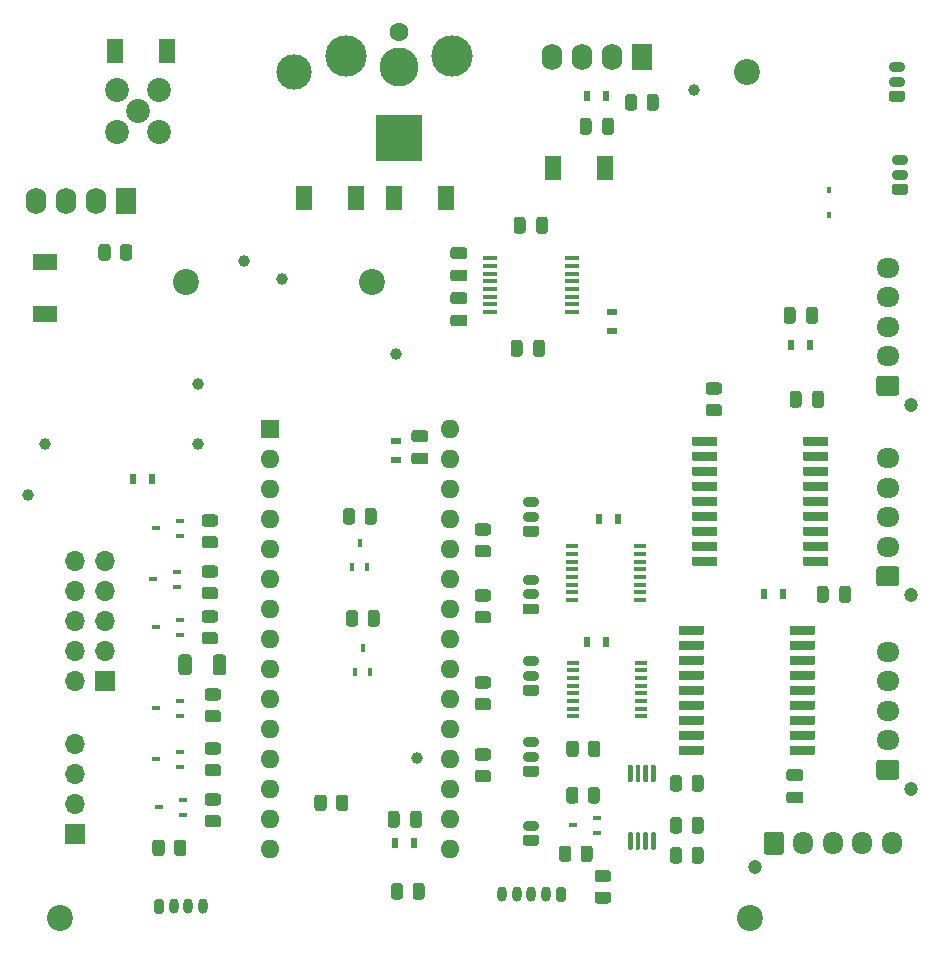
<source format=gbr>
%TF.GenerationSoftware,KiCad,Pcbnew,(5.1.8)-1*%
%TF.CreationDate,2022-01-24T15:12:58-08:00*%
%TF.ProjectId,BLE-33_baseboard,424c452d-3333-45f6-9261-7365626f6172,rev?*%
%TF.SameCoordinates,Original*%
%TF.FileFunction,Soldermask,Bot*%
%TF.FilePolarity,Negative*%
%FSLAX46Y46*%
G04 Gerber Fmt 4.6, Leading zero omitted, Abs format (unit mm)*
G04 Created by KiCad (PCBNEW (5.1.8)-1) date 2022-01-24 15:12:58*
%MOMM*%
%LPD*%
G01*
G04 APERTURE LIST*
%ADD10C,2.025000*%
%ADD11R,0.540000X0.940000*%
%ADD12R,0.940000X0.540000*%
%ADD13R,0.450000X0.600000*%
%ADD14C,1.000000*%
%ADD15C,1.200000*%
%ADD16O,1.700000X1.950000*%
%ADD17O,1.950000X1.700000*%
%ADD18O,1.700000X1.700000*%
%ADD19R,1.700000X1.700000*%
%ADD20R,0.700000X0.450000*%
%ADD21R,0.450000X0.700000*%
%ADD22C,3.000000*%
%ADD23C,2.200000*%
%ADD24O,1.400000X0.900000*%
%ADD25R,1.750000X2.250000*%
%ADD26O,1.750000X2.250000*%
%ADD27R,1.000000X0.400000*%
%ADD28R,1.200000X0.400000*%
%ADD29O,0.800000X1.300000*%
%ADD30C,1.600000*%
%ADD31C,3.500000*%
%ADD32C,3.300000*%
%ADD33R,4.000000X4.000000*%
%ADD34R,2.100000X1.400000*%
%ADD35R,1.400000X2.100000*%
%ADD36O,1.600000X1.600000*%
%ADD37R,1.600000X1.600000*%
G04 APERTURE END LIST*
D10*
%TO.C,J19*%
X108974000Y-58428000D03*
X110744000Y-56658000D03*
X107204000Y-56658000D03*
X107204000Y-60198000D03*
X110744000Y-60198000D03*
%TD*%
D11*
%TO.C,C15*%
X163614000Y-99314000D03*
X162014000Y-99314000D03*
%TD*%
%TO.C,C14*%
X165900000Y-78232000D03*
X164300000Y-78232000D03*
%TD*%
%TO.C,C13*%
X147028000Y-103378000D03*
X148628000Y-103378000D03*
%TD*%
%TO.C,C12*%
X132372000Y-120396000D03*
X130772000Y-120396000D03*
%TD*%
D12*
%TO.C,C11*%
X149098000Y-75400000D03*
X149098000Y-77000000D03*
%TD*%
D11*
%TO.C,C10*%
X148044000Y-92964000D03*
X149644000Y-92964000D03*
%TD*%
%TO.C,C7*%
X148628000Y-57150000D03*
X147028000Y-57150000D03*
%TD*%
D12*
%TO.C,C6*%
X130810000Y-86322000D03*
X130810000Y-87922000D03*
%TD*%
D11*
%TO.C,C5*%
X108547000Y-89535000D03*
X110147000Y-89535000D03*
%TD*%
D13*
%TO.C,D3*%
X167513000Y-65117000D03*
X167513000Y-67217000D03*
%TD*%
%TO.C,R24*%
G36*
G01*
X113527000Y-104657999D02*
X113527000Y-105908001D01*
G75*
G02*
X113277001Y-106158000I-249999J0D01*
G01*
X112651999Y-106158000D01*
G75*
G02*
X112402000Y-105908001I0J249999D01*
G01*
X112402000Y-104657999D01*
G75*
G02*
X112651999Y-104408000I249999J0D01*
G01*
X113277001Y-104408000D01*
G75*
G02*
X113527000Y-104657999I0J-249999D01*
G01*
G37*
G36*
G01*
X116452000Y-104657999D02*
X116452000Y-105908001D01*
G75*
G02*
X116202001Y-106158000I-249999J0D01*
G01*
X115576999Y-106158000D01*
G75*
G02*
X115327000Y-105908001I0J249999D01*
G01*
X115327000Y-104657999D01*
G75*
G02*
X115576999Y-104408000I249999J0D01*
G01*
X116202001Y-104408000D01*
G75*
G02*
X116452000Y-104657999I0J-249999D01*
G01*
G37*
%TD*%
%TO.C,R26*%
G36*
G01*
X112033000Y-121227001D02*
X112033000Y-120326999D01*
G75*
G02*
X112282999Y-120077000I249999J0D01*
G01*
X112808001Y-120077000D01*
G75*
G02*
X113058000Y-120326999I0J-249999D01*
G01*
X113058000Y-121227001D01*
G75*
G02*
X112808001Y-121477000I-249999J0D01*
G01*
X112282999Y-121477000D01*
G75*
G02*
X112033000Y-121227001I0J249999D01*
G01*
G37*
G36*
G01*
X110208000Y-121227001D02*
X110208000Y-120326999D01*
G75*
G02*
X110457999Y-120077000I249999J0D01*
G01*
X110983001Y-120077000D01*
G75*
G02*
X111233000Y-120326999I0J-249999D01*
G01*
X111233000Y-121227001D01*
G75*
G02*
X110983001Y-121477000I-249999J0D01*
G01*
X110457999Y-121477000D01*
G75*
G02*
X110208000Y-121227001I0J249999D01*
G01*
G37*
%TD*%
%TO.C,R22*%
G36*
G01*
X138626001Y-99930000D02*
X137725999Y-99930000D01*
G75*
G02*
X137476000Y-99680001I0J249999D01*
G01*
X137476000Y-99154999D01*
G75*
G02*
X137725999Y-98905000I249999J0D01*
G01*
X138626001Y-98905000D01*
G75*
G02*
X138876000Y-99154999I0J-249999D01*
G01*
X138876000Y-99680001D01*
G75*
G02*
X138626001Y-99930000I-249999J0D01*
G01*
G37*
G36*
G01*
X138626001Y-101755000D02*
X137725999Y-101755000D01*
G75*
G02*
X137476000Y-101505001I0J249999D01*
G01*
X137476000Y-100979999D01*
G75*
G02*
X137725999Y-100730000I249999J0D01*
G01*
X138626001Y-100730000D01*
G75*
G02*
X138876000Y-100979999I0J-249999D01*
G01*
X138876000Y-101505001D01*
G75*
G02*
X138626001Y-101755000I-249999J0D01*
G01*
G37*
%TD*%
D14*
%TO.C,TP9*%
X117983000Y-71120000D03*
%TD*%
%TO.C,TP3*%
X156083000Y-56642000D03*
%TD*%
%TO.C,R29*%
G36*
G01*
X132226000Y-124910001D02*
X132226000Y-124009999D01*
G75*
G02*
X132475999Y-123760000I249999J0D01*
G01*
X133001001Y-123760000D01*
G75*
G02*
X133251000Y-124009999I0J-249999D01*
G01*
X133251000Y-124910001D01*
G75*
G02*
X133001001Y-125160000I-249999J0D01*
G01*
X132475999Y-125160000D01*
G75*
G02*
X132226000Y-124910001I0J249999D01*
G01*
G37*
G36*
G01*
X130401000Y-124910001D02*
X130401000Y-124009999D01*
G75*
G02*
X130650999Y-123760000I249999J0D01*
G01*
X131176001Y-123760000D01*
G75*
G02*
X131426000Y-124009999I0J-249999D01*
G01*
X131426000Y-124910001D01*
G75*
G02*
X131176001Y-125160000I-249999J0D01*
G01*
X130650999Y-125160000D01*
G75*
G02*
X130401000Y-124910001I0J249999D01*
G01*
G37*
%TD*%
%TO.C,R28*%
G36*
G01*
X148786001Y-123679000D02*
X147885999Y-123679000D01*
G75*
G02*
X147636000Y-123429001I0J249999D01*
G01*
X147636000Y-122903999D01*
G75*
G02*
X147885999Y-122654000I249999J0D01*
G01*
X148786001Y-122654000D01*
G75*
G02*
X149036000Y-122903999I0J-249999D01*
G01*
X149036000Y-123429001D01*
G75*
G02*
X148786001Y-123679000I-249999J0D01*
G01*
G37*
G36*
G01*
X148786001Y-125504000D02*
X147885999Y-125504000D01*
G75*
G02*
X147636000Y-125254001I0J249999D01*
G01*
X147636000Y-124728999D01*
G75*
G02*
X147885999Y-124479000I249999J0D01*
G01*
X148786001Y-124479000D01*
G75*
G02*
X149036000Y-124728999I0J-249999D01*
G01*
X149036000Y-125254001D01*
G75*
G02*
X148786001Y-125504000I-249999J0D01*
G01*
G37*
%TD*%
%TO.C,R27*%
G36*
G01*
X145650000Y-120834999D02*
X145650000Y-121735001D01*
G75*
G02*
X145400001Y-121985000I-249999J0D01*
G01*
X144874999Y-121985000D01*
G75*
G02*
X144625000Y-121735001I0J249999D01*
G01*
X144625000Y-120834999D01*
G75*
G02*
X144874999Y-120585000I249999J0D01*
G01*
X145400001Y-120585000D01*
G75*
G02*
X145650000Y-120834999I0J-249999D01*
G01*
G37*
G36*
G01*
X147475000Y-120834999D02*
X147475000Y-121735001D01*
G75*
G02*
X147225001Y-121985000I-249999J0D01*
G01*
X146699999Y-121985000D01*
G75*
G02*
X146450000Y-121735001I0J249999D01*
G01*
X146450000Y-120834999D01*
G75*
G02*
X146699999Y-120585000I249999J0D01*
G01*
X147225001Y-120585000D01*
G75*
G02*
X147475000Y-120834999I0J-249999D01*
G01*
G37*
%TD*%
%TO.C,R25*%
G36*
G01*
X124949000Y-116516999D02*
X124949000Y-117417001D01*
G75*
G02*
X124699001Y-117667000I-249999J0D01*
G01*
X124173999Y-117667000D01*
G75*
G02*
X123924000Y-117417001I0J249999D01*
G01*
X123924000Y-116516999D01*
G75*
G02*
X124173999Y-116267000I249999J0D01*
G01*
X124699001Y-116267000D01*
G75*
G02*
X124949000Y-116516999I0J-249999D01*
G01*
G37*
G36*
G01*
X126774000Y-116516999D02*
X126774000Y-117417001D01*
G75*
G02*
X126524001Y-117667000I-249999J0D01*
G01*
X125998999Y-117667000D01*
G75*
G02*
X125749000Y-117417001I0J249999D01*
G01*
X125749000Y-116516999D01*
G75*
G02*
X125998999Y-116267000I249999J0D01*
G01*
X126524001Y-116267000D01*
G75*
G02*
X126774000Y-116516999I0J-249999D01*
G01*
G37*
%TD*%
%TO.C,R23*%
G36*
G01*
X138626001Y-94342000D02*
X137725999Y-94342000D01*
G75*
G02*
X137476000Y-94092001I0J249999D01*
G01*
X137476000Y-93566999D01*
G75*
G02*
X137725999Y-93317000I249999J0D01*
G01*
X138626001Y-93317000D01*
G75*
G02*
X138876000Y-93566999I0J-249999D01*
G01*
X138876000Y-94092001D01*
G75*
G02*
X138626001Y-94342000I-249999J0D01*
G01*
G37*
G36*
G01*
X138626001Y-96167000D02*
X137725999Y-96167000D01*
G75*
G02*
X137476000Y-95917001I0J249999D01*
G01*
X137476000Y-95391999D01*
G75*
G02*
X137725999Y-95142000I249999J0D01*
G01*
X138626001Y-95142000D01*
G75*
G02*
X138876000Y-95391999I0J-249999D01*
G01*
X138876000Y-95917001D01*
G75*
G02*
X138626001Y-96167000I-249999J0D01*
G01*
G37*
%TD*%
%TO.C,R21*%
G36*
G01*
X138626001Y-107296000D02*
X137725999Y-107296000D01*
G75*
G02*
X137476000Y-107046001I0J249999D01*
G01*
X137476000Y-106520999D01*
G75*
G02*
X137725999Y-106271000I249999J0D01*
G01*
X138626001Y-106271000D01*
G75*
G02*
X138876000Y-106520999I0J-249999D01*
G01*
X138876000Y-107046001D01*
G75*
G02*
X138626001Y-107296000I-249999J0D01*
G01*
G37*
G36*
G01*
X138626001Y-109121000D02*
X137725999Y-109121000D01*
G75*
G02*
X137476000Y-108871001I0J249999D01*
G01*
X137476000Y-108345999D01*
G75*
G02*
X137725999Y-108096000I249999J0D01*
G01*
X138626001Y-108096000D01*
G75*
G02*
X138876000Y-108345999I0J-249999D01*
G01*
X138876000Y-108871001D01*
G75*
G02*
X138626001Y-109121000I-249999J0D01*
G01*
G37*
%TD*%
%TO.C,R20*%
G36*
G01*
X138626001Y-113392000D02*
X137725999Y-113392000D01*
G75*
G02*
X137476000Y-113142001I0J249999D01*
G01*
X137476000Y-112616999D01*
G75*
G02*
X137725999Y-112367000I249999J0D01*
G01*
X138626001Y-112367000D01*
G75*
G02*
X138876000Y-112616999I0J-249999D01*
G01*
X138876000Y-113142001D01*
G75*
G02*
X138626001Y-113392000I-249999J0D01*
G01*
G37*
G36*
G01*
X138626001Y-115217000D02*
X137725999Y-115217000D01*
G75*
G02*
X137476000Y-114967001I0J249999D01*
G01*
X137476000Y-114441999D01*
G75*
G02*
X137725999Y-114192000I249999J0D01*
G01*
X138626001Y-114192000D01*
G75*
G02*
X138876000Y-114441999I0J-249999D01*
G01*
X138876000Y-114967001D01*
G75*
G02*
X138626001Y-115217000I-249999J0D01*
G01*
G37*
%TD*%
%TO.C,R19*%
G36*
G01*
X147085000Y-112845001D02*
X147085000Y-111944999D01*
G75*
G02*
X147334999Y-111695000I249999J0D01*
G01*
X147860001Y-111695000D01*
G75*
G02*
X148110000Y-111944999I0J-249999D01*
G01*
X148110000Y-112845001D01*
G75*
G02*
X147860001Y-113095000I-249999J0D01*
G01*
X147334999Y-113095000D01*
G75*
G02*
X147085000Y-112845001I0J249999D01*
G01*
G37*
G36*
G01*
X145260000Y-112845001D02*
X145260000Y-111944999D01*
G75*
G02*
X145509999Y-111695000I249999J0D01*
G01*
X146035001Y-111695000D01*
G75*
G02*
X146285000Y-111944999I0J-249999D01*
G01*
X146285000Y-112845001D01*
G75*
G02*
X146035001Y-113095000I-249999J0D01*
G01*
X145509999Y-113095000D01*
G75*
G02*
X145260000Y-112845001I0J249999D01*
G01*
G37*
%TD*%
%TO.C,TP2*%
X132588000Y-113157000D03*
%TD*%
D15*
%TO.C,J8*%
X161214000Y-122396000D03*
D16*
X172814000Y-120396000D03*
X170314000Y-120396000D03*
X167814000Y-120396000D03*
X165314000Y-120396000D03*
G36*
G01*
X161964000Y-121121000D02*
X161964000Y-119671000D01*
G75*
G02*
X162214000Y-119421000I250000J0D01*
G01*
X163414000Y-119421000D01*
G75*
G02*
X163664000Y-119671000I0J-250000D01*
G01*
X163664000Y-121121000D01*
G75*
G02*
X163414000Y-121371000I-250000J0D01*
G01*
X162214000Y-121371000D01*
G75*
G02*
X161964000Y-121121000I0J250000D01*
G01*
G37*
%TD*%
D15*
%TO.C,J7*%
X174466000Y-115773000D03*
D17*
X172466000Y-104173000D03*
X172466000Y-106673000D03*
X172466000Y-109173000D03*
X172466000Y-111673000D03*
G36*
G01*
X173191000Y-115023000D02*
X171741000Y-115023000D01*
G75*
G02*
X171491000Y-114773000I0J250000D01*
G01*
X171491000Y-113573000D01*
G75*
G02*
X171741000Y-113323000I250000J0D01*
G01*
X173191000Y-113323000D01*
G75*
G02*
X173441000Y-113573000I0J-250000D01*
G01*
X173441000Y-114773000D01*
G75*
G02*
X173191000Y-115023000I-250000J0D01*
G01*
G37*
%TD*%
D15*
%TO.C,J6*%
X174466000Y-99390000D03*
D17*
X172466000Y-87790000D03*
X172466000Y-90290000D03*
X172466000Y-92790000D03*
X172466000Y-95290000D03*
G36*
G01*
X173191000Y-98640000D02*
X171741000Y-98640000D01*
G75*
G02*
X171491000Y-98390000I0J250000D01*
G01*
X171491000Y-97190000D01*
G75*
G02*
X171741000Y-96940000I250000J0D01*
G01*
X173191000Y-96940000D01*
G75*
G02*
X173441000Y-97190000I0J-250000D01*
G01*
X173441000Y-98390000D01*
G75*
G02*
X173191000Y-98640000I-250000J0D01*
G01*
G37*
%TD*%
D15*
%TO.C,J5*%
X174466000Y-83261000D03*
D17*
X172466000Y-71661000D03*
X172466000Y-74161000D03*
X172466000Y-76661000D03*
X172466000Y-79161000D03*
G36*
G01*
X173191000Y-82511000D02*
X171741000Y-82511000D01*
G75*
G02*
X171491000Y-82261000I0J250000D01*
G01*
X171491000Y-81061000D01*
G75*
G02*
X171741000Y-80811000I250000J0D01*
G01*
X173191000Y-80811000D01*
G75*
G02*
X173441000Y-81061000I0J-250000D01*
G01*
X173441000Y-82261000D01*
G75*
G02*
X173191000Y-82511000I-250000J0D01*
G01*
G37*
%TD*%
D18*
%TO.C,J4*%
X103632000Y-112014000D03*
X103632000Y-114554000D03*
X103632000Y-117094000D03*
D19*
X103632000Y-119634000D03*
%TD*%
D20*
%TO.C,Q3*%
X110506000Y-93726000D03*
X112506000Y-94376000D03*
X112506000Y-93076000D03*
%TD*%
D21*
%TO.C,Q11*%
X128016000Y-103902000D03*
X127366000Y-105902000D03*
X128666000Y-105902000D03*
%TD*%
%TO.C,Q10*%
X127762000Y-95012000D03*
X127112000Y-97012000D03*
X128412000Y-97012000D03*
%TD*%
D20*
%TO.C,Q9*%
X145812000Y-118872000D03*
X147812000Y-119522000D03*
X147812000Y-118222000D03*
%TD*%
%TO.C,Q8*%
X110506000Y-108966000D03*
X112506000Y-109616000D03*
X112506000Y-108316000D03*
%TD*%
%TO.C,Q7*%
X110760000Y-117348000D03*
X112760000Y-117998000D03*
X112760000Y-116698000D03*
%TD*%
%TO.C,Q6*%
X110506000Y-113284000D03*
X112506000Y-113934000D03*
X112506000Y-112634000D03*
%TD*%
%TO.C,Q5*%
X110506000Y-102108000D03*
X112506000Y-102758000D03*
X112506000Y-101458000D03*
%TD*%
%TO.C,Q4*%
X110252000Y-98044000D03*
X112252000Y-98694000D03*
X112252000Y-97394000D03*
%TD*%
D22*
%TO.C,REF\u002A\u002A*%
X122174000Y-55118000D03*
%TD*%
D14*
%TO.C,TP8*%
X121158000Y-72644000D03*
%TD*%
%TO.C,TP7*%
X114046000Y-86614000D03*
%TD*%
%TO.C,TP6*%
X114046000Y-81534000D03*
%TD*%
%TO.C,TP5*%
X99695000Y-90932000D03*
%TD*%
%TO.C,TP4*%
X101092000Y-86614000D03*
%TD*%
D23*
%TO.C,REF\u002A\u002A*%
X160782000Y-126746000D03*
%TD*%
%TO.C,REF\u002A\u002A*%
X113030000Y-72898000D03*
%TD*%
%TO.C,REF\u002A\u002A*%
X128778000Y-72898000D03*
%TD*%
%TO.C,REF\u002A\u002A*%
X102362000Y-126746000D03*
%TD*%
%TO.C,REF\u002A\u002A*%
X160528000Y-55118000D03*
%TD*%
%TO.C,R18*%
G36*
G01*
X127616000Y-100895998D02*
X127616000Y-101796002D01*
G75*
G02*
X127366002Y-102046000I-249998J0D01*
G01*
X126840998Y-102046000D01*
G75*
G02*
X126591000Y-101796002I0J249998D01*
G01*
X126591000Y-100895998D01*
G75*
G02*
X126840998Y-100646000I249998J0D01*
G01*
X127366002Y-100646000D01*
G75*
G02*
X127616000Y-100895998I0J-249998D01*
G01*
G37*
G36*
G01*
X129441000Y-100895998D02*
X129441000Y-101796002D01*
G75*
G02*
X129191002Y-102046000I-249998J0D01*
G01*
X128665998Y-102046000D01*
G75*
G02*
X128416000Y-101796002I0J249998D01*
G01*
X128416000Y-100895998D01*
G75*
G02*
X128665998Y-100646000I249998J0D01*
G01*
X129191002Y-100646000D01*
G75*
G02*
X129441000Y-100895998I0J-249998D01*
G01*
G37*
%TD*%
%TO.C,R17*%
G36*
G01*
X127362000Y-92259998D02*
X127362000Y-93160002D01*
G75*
G02*
X127112002Y-93410000I-249998J0D01*
G01*
X126586998Y-93410000D01*
G75*
G02*
X126337000Y-93160002I0J249998D01*
G01*
X126337000Y-92259998D01*
G75*
G02*
X126586998Y-92010000I249998J0D01*
G01*
X127112002Y-92010000D01*
G75*
G02*
X127362000Y-92259998I0J-249998D01*
G01*
G37*
G36*
G01*
X129187000Y-92259998D02*
X129187000Y-93160002D01*
G75*
G02*
X128937002Y-93410000I-249998J0D01*
G01*
X128411998Y-93410000D01*
G75*
G02*
X128162000Y-93160002I0J249998D01*
G01*
X128162000Y-92259998D01*
G75*
G02*
X128411998Y-92010000I249998J0D01*
G01*
X128937002Y-92010000D01*
G75*
G02*
X129187000Y-92259998I0J-249998D01*
G01*
G37*
%TD*%
D18*
%TO.C,J3*%
X103632000Y-96520000D03*
X106172000Y-96520000D03*
X103632000Y-99060000D03*
X106172000Y-99060000D03*
X103632000Y-101600000D03*
X106172000Y-101600000D03*
X103632000Y-104140000D03*
X106172000Y-104140000D03*
X103632000Y-106680000D03*
D19*
X106172000Y-106680000D03*
%TD*%
%TO.C,R3*%
G36*
G01*
X114611998Y-102508000D02*
X115512002Y-102508000D01*
G75*
G02*
X115762000Y-102757998I0J-249998D01*
G01*
X115762000Y-103283002D01*
G75*
G02*
X115512002Y-103533000I-249998J0D01*
G01*
X114611998Y-103533000D01*
G75*
G02*
X114362000Y-103283002I0J249998D01*
G01*
X114362000Y-102757998D01*
G75*
G02*
X114611998Y-102508000I249998J0D01*
G01*
G37*
G36*
G01*
X114611998Y-100683000D02*
X115512002Y-100683000D01*
G75*
G02*
X115762000Y-100932998I0J-249998D01*
G01*
X115762000Y-101458002D01*
G75*
G02*
X115512002Y-101708000I-249998J0D01*
G01*
X114611998Y-101708000D01*
G75*
G02*
X114362000Y-101458002I0J249998D01*
G01*
X114362000Y-100932998D01*
G75*
G02*
X114611998Y-100683000I249998J0D01*
G01*
G37*
%TD*%
%TO.C,R16*%
G36*
G01*
X147061500Y-116782002D02*
X147061500Y-115881998D01*
G75*
G02*
X147311498Y-115632000I249998J0D01*
G01*
X147836502Y-115632000D01*
G75*
G02*
X148086500Y-115881998I0J-249998D01*
G01*
X148086500Y-116782002D01*
G75*
G02*
X147836502Y-117032000I-249998J0D01*
G01*
X147311498Y-117032000D01*
G75*
G02*
X147061500Y-116782002I0J249998D01*
G01*
G37*
G36*
G01*
X145236500Y-116782002D02*
X145236500Y-115881998D01*
G75*
G02*
X145486498Y-115632000I249998J0D01*
G01*
X146011502Y-115632000D01*
G75*
G02*
X146261500Y-115881998I0J-249998D01*
G01*
X146261500Y-116782002D01*
G75*
G02*
X146011502Y-117032000I-249998J0D01*
G01*
X145486498Y-117032000D01*
G75*
G02*
X145236500Y-116782002I0J249998D01*
G01*
G37*
%TD*%
%TO.C,R15*%
G36*
G01*
X106661000Y-69907998D02*
X106661000Y-70808002D01*
G75*
G02*
X106411002Y-71058000I-249998J0D01*
G01*
X105885998Y-71058000D01*
G75*
G02*
X105636000Y-70808002I0J249998D01*
G01*
X105636000Y-69907998D01*
G75*
G02*
X105885998Y-69658000I249998J0D01*
G01*
X106411002Y-69658000D01*
G75*
G02*
X106661000Y-69907998I0J-249998D01*
G01*
G37*
G36*
G01*
X108486000Y-69907998D02*
X108486000Y-70808002D01*
G75*
G02*
X108236002Y-71058000I-249998J0D01*
G01*
X107710998Y-71058000D01*
G75*
G02*
X107461000Y-70808002I0J249998D01*
G01*
X107461000Y-69907998D01*
G75*
G02*
X107710998Y-69658000I249998J0D01*
G01*
X108236002Y-69658000D01*
G75*
G02*
X108486000Y-69907998I0J-249998D01*
G01*
G37*
%TD*%
%TO.C,R14*%
G36*
G01*
X151238000Y-57207998D02*
X151238000Y-58108002D01*
G75*
G02*
X150988002Y-58358000I-249998J0D01*
G01*
X150462998Y-58358000D01*
G75*
G02*
X150213000Y-58108002I0J249998D01*
G01*
X150213000Y-57207998D01*
G75*
G02*
X150462998Y-56958000I249998J0D01*
G01*
X150988002Y-56958000D01*
G75*
G02*
X151238000Y-57207998I0J-249998D01*
G01*
G37*
G36*
G01*
X153063000Y-57207998D02*
X153063000Y-58108002D01*
G75*
G02*
X152813002Y-58358000I-249998J0D01*
G01*
X152287998Y-58358000D01*
G75*
G02*
X152038000Y-58108002I0J249998D01*
G01*
X152038000Y-57207998D01*
G75*
G02*
X152287998Y-56958000I249998J0D01*
G01*
X152813002Y-56958000D01*
G75*
G02*
X153063000Y-57207998I0J-249998D01*
G01*
G37*
%TD*%
%TO.C,R13*%
G36*
G01*
X158184002Y-82404000D02*
X157283998Y-82404000D01*
G75*
G02*
X157034000Y-82154002I0J249998D01*
G01*
X157034000Y-81628998D01*
G75*
G02*
X157283998Y-81379000I249998J0D01*
G01*
X158184002Y-81379000D01*
G75*
G02*
X158434000Y-81628998I0J-249998D01*
G01*
X158434000Y-82154002D01*
G75*
G02*
X158184002Y-82404000I-249998J0D01*
G01*
G37*
G36*
G01*
X158184002Y-84229000D02*
X157283998Y-84229000D01*
G75*
G02*
X157034000Y-83979002I0J249998D01*
G01*
X157034000Y-83453998D01*
G75*
G02*
X157283998Y-83204000I249998J0D01*
G01*
X158184002Y-83204000D01*
G75*
G02*
X158434000Y-83453998I0J-249998D01*
G01*
X158434000Y-83979002D01*
G75*
G02*
X158184002Y-84229000I-249998J0D01*
G01*
G37*
%TD*%
%TO.C,R12*%
G36*
G01*
X114865998Y-109112000D02*
X115766002Y-109112000D01*
G75*
G02*
X116016000Y-109361998I0J-249998D01*
G01*
X116016000Y-109887002D01*
G75*
G02*
X115766002Y-110137000I-249998J0D01*
G01*
X114865998Y-110137000D01*
G75*
G02*
X114616000Y-109887002I0J249998D01*
G01*
X114616000Y-109361998D01*
G75*
G02*
X114865998Y-109112000I249998J0D01*
G01*
G37*
G36*
G01*
X114865998Y-107287000D02*
X115766002Y-107287000D01*
G75*
G02*
X116016000Y-107536998I0J-249998D01*
G01*
X116016000Y-108062002D01*
G75*
G02*
X115766002Y-108312000I-249998J0D01*
G01*
X114865998Y-108312000D01*
G75*
G02*
X114616000Y-108062002I0J249998D01*
G01*
X114616000Y-107536998D01*
G75*
G02*
X114865998Y-107287000I249998J0D01*
G01*
G37*
%TD*%
%TO.C,R11*%
G36*
G01*
X114865998Y-118002000D02*
X115766002Y-118002000D01*
G75*
G02*
X116016000Y-118251998I0J-249998D01*
G01*
X116016000Y-118777002D01*
G75*
G02*
X115766002Y-119027000I-249998J0D01*
G01*
X114865998Y-119027000D01*
G75*
G02*
X114616000Y-118777002I0J249998D01*
G01*
X114616000Y-118251998D01*
G75*
G02*
X114865998Y-118002000I249998J0D01*
G01*
G37*
G36*
G01*
X114865998Y-116177000D02*
X115766002Y-116177000D01*
G75*
G02*
X116016000Y-116426998I0J-249998D01*
G01*
X116016000Y-116952002D01*
G75*
G02*
X115766002Y-117202000I-249998J0D01*
G01*
X114865998Y-117202000D01*
G75*
G02*
X114616000Y-116952002I0J249998D01*
G01*
X114616000Y-116426998D01*
G75*
G02*
X114865998Y-116177000I249998J0D01*
G01*
G37*
%TD*%
%TO.C,R10*%
G36*
G01*
X114865998Y-113684000D02*
X115766002Y-113684000D01*
G75*
G02*
X116016000Y-113933998I0J-249998D01*
G01*
X116016000Y-114459002D01*
G75*
G02*
X115766002Y-114709000I-249998J0D01*
G01*
X114865998Y-114709000D01*
G75*
G02*
X114616000Y-114459002I0J249998D01*
G01*
X114616000Y-113933998D01*
G75*
G02*
X114865998Y-113684000I249998J0D01*
G01*
G37*
G36*
G01*
X114865998Y-111859000D02*
X115766002Y-111859000D01*
G75*
G02*
X116016000Y-112108998I0J-249998D01*
G01*
X116016000Y-112634002D01*
G75*
G02*
X115766002Y-112884000I-249998J0D01*
G01*
X114865998Y-112884000D01*
G75*
G02*
X114616000Y-112634002I0J249998D01*
G01*
X114616000Y-112108998D01*
G75*
G02*
X114865998Y-111859000I249998J0D01*
G01*
G37*
%TD*%
%TO.C,R8*%
G36*
G01*
X155048000Y-118421998D02*
X155048000Y-119322002D01*
G75*
G02*
X154798002Y-119572000I-249998J0D01*
G01*
X154272998Y-119572000D01*
G75*
G02*
X154023000Y-119322002I0J249998D01*
G01*
X154023000Y-118421998D01*
G75*
G02*
X154272998Y-118172000I249998J0D01*
G01*
X154798002Y-118172000D01*
G75*
G02*
X155048000Y-118421998I0J-249998D01*
G01*
G37*
G36*
G01*
X156873000Y-118421998D02*
X156873000Y-119322002D01*
G75*
G02*
X156623002Y-119572000I-249998J0D01*
G01*
X156097998Y-119572000D01*
G75*
G02*
X155848000Y-119322002I0J249998D01*
G01*
X155848000Y-118421998D01*
G75*
G02*
X156097998Y-118172000I249998J0D01*
G01*
X156623002Y-118172000D01*
G75*
G02*
X156873000Y-118421998I0J-249998D01*
G01*
G37*
%TD*%
%TO.C,R6*%
G36*
G01*
X155048000Y-114865998D02*
X155048000Y-115766002D01*
G75*
G02*
X154798002Y-116016000I-249998J0D01*
G01*
X154272998Y-116016000D01*
G75*
G02*
X154023000Y-115766002I0J249998D01*
G01*
X154023000Y-114865998D01*
G75*
G02*
X154272998Y-114616000I249998J0D01*
G01*
X154798002Y-114616000D01*
G75*
G02*
X155048000Y-114865998I0J-249998D01*
G01*
G37*
G36*
G01*
X156873000Y-114865998D02*
X156873000Y-115766002D01*
G75*
G02*
X156623002Y-116016000I-249998J0D01*
G01*
X156097998Y-116016000D01*
G75*
G02*
X155848000Y-115766002I0J249998D01*
G01*
X155848000Y-114865998D01*
G75*
G02*
X156097998Y-114616000I249998J0D01*
G01*
X156623002Y-114616000D01*
G75*
G02*
X156873000Y-114865998I0J-249998D01*
G01*
G37*
%TD*%
%TO.C,R4*%
G36*
G01*
X155048000Y-120961998D02*
X155048000Y-121862002D01*
G75*
G02*
X154798002Y-122112000I-249998J0D01*
G01*
X154272998Y-122112000D01*
G75*
G02*
X154023000Y-121862002I0J249998D01*
G01*
X154023000Y-120961998D01*
G75*
G02*
X154272998Y-120712000I249998J0D01*
G01*
X154798002Y-120712000D01*
G75*
G02*
X155048000Y-120961998I0J-249998D01*
G01*
G37*
G36*
G01*
X156873000Y-120961998D02*
X156873000Y-121862002D01*
G75*
G02*
X156623002Y-122112000I-249998J0D01*
G01*
X156097998Y-122112000D01*
G75*
G02*
X155848000Y-121862002I0J249998D01*
G01*
X155848000Y-120961998D01*
G75*
G02*
X156097998Y-120712000I249998J0D01*
G01*
X156623002Y-120712000D01*
G75*
G02*
X156873000Y-120961998I0J-249998D01*
G01*
G37*
%TD*%
%TO.C,R2*%
G36*
G01*
X114611998Y-98698000D02*
X115512002Y-98698000D01*
G75*
G02*
X115762000Y-98947998I0J-249998D01*
G01*
X115762000Y-99473002D01*
G75*
G02*
X115512002Y-99723000I-249998J0D01*
G01*
X114611998Y-99723000D01*
G75*
G02*
X114362000Y-99473002I0J249998D01*
G01*
X114362000Y-98947998D01*
G75*
G02*
X114611998Y-98698000I249998J0D01*
G01*
G37*
G36*
G01*
X114611998Y-96873000D02*
X115512002Y-96873000D01*
G75*
G02*
X115762000Y-97122998I0J-249998D01*
G01*
X115762000Y-97648002D01*
G75*
G02*
X115512002Y-97898000I-249998J0D01*
G01*
X114611998Y-97898000D01*
G75*
G02*
X114362000Y-97648002I0J249998D01*
G01*
X114362000Y-97122998D01*
G75*
G02*
X114611998Y-96873000I249998J0D01*
G01*
G37*
%TD*%
%TO.C,R1*%
G36*
G01*
X114611998Y-94380000D02*
X115512002Y-94380000D01*
G75*
G02*
X115762000Y-94629998I0J-249998D01*
G01*
X115762000Y-95155002D01*
G75*
G02*
X115512002Y-95405000I-249998J0D01*
G01*
X114611998Y-95405000D01*
G75*
G02*
X114362000Y-95155002I0J249998D01*
G01*
X114362000Y-94629998D01*
G75*
G02*
X114611998Y-94380000I249998J0D01*
G01*
G37*
G36*
G01*
X114611998Y-92555000D02*
X115512002Y-92555000D01*
G75*
G02*
X115762000Y-92804998I0J-249998D01*
G01*
X115762000Y-93330002D01*
G75*
G02*
X115512002Y-93580000I-249998J0D01*
G01*
X114611998Y-93580000D01*
G75*
G02*
X114362000Y-93330002I0J249998D01*
G01*
X114362000Y-92804998D01*
G75*
G02*
X114611998Y-92555000I249998J0D01*
G01*
G37*
%TD*%
%TO.C,C20*%
G36*
G01*
X165158000Y-82329000D02*
X165158000Y-83279000D01*
G75*
G02*
X164908000Y-83529000I-250000J0D01*
G01*
X164408000Y-83529000D01*
G75*
G02*
X164158000Y-83279000I0J250000D01*
G01*
X164158000Y-82329000D01*
G75*
G02*
X164408000Y-82079000I250000J0D01*
G01*
X164908000Y-82079000D01*
G75*
G02*
X165158000Y-82329000I0J-250000D01*
G01*
G37*
G36*
G01*
X167058000Y-82329000D02*
X167058000Y-83279000D01*
G75*
G02*
X166808000Y-83529000I-250000J0D01*
G01*
X166308000Y-83529000D01*
G75*
G02*
X166058000Y-83279000I0J250000D01*
G01*
X166058000Y-82329000D01*
G75*
G02*
X166308000Y-82079000I250000J0D01*
G01*
X166808000Y-82079000D01*
G75*
G02*
X167058000Y-82329000I0J-250000D01*
G01*
G37*
%TD*%
%TO.C,C19*%
G36*
G01*
X165067000Y-115120000D02*
X164117000Y-115120000D01*
G75*
G02*
X163867000Y-114870000I0J250000D01*
G01*
X163867000Y-114370000D01*
G75*
G02*
X164117000Y-114120000I250000J0D01*
G01*
X165067000Y-114120000D01*
G75*
G02*
X165317000Y-114370000I0J-250000D01*
G01*
X165317000Y-114870000D01*
G75*
G02*
X165067000Y-115120000I-250000J0D01*
G01*
G37*
G36*
G01*
X165067000Y-117020000D02*
X164117000Y-117020000D01*
G75*
G02*
X163867000Y-116770000I0J250000D01*
G01*
X163867000Y-116270000D01*
G75*
G02*
X164117000Y-116020000I250000J0D01*
G01*
X165067000Y-116020000D01*
G75*
G02*
X165317000Y-116270000I0J-250000D01*
G01*
X165317000Y-116770000D01*
G75*
G02*
X165067000Y-117020000I-250000J0D01*
G01*
G37*
%TD*%
%TO.C,C18*%
G36*
G01*
X168344000Y-99789000D02*
X168344000Y-98839000D01*
G75*
G02*
X168594000Y-98589000I250000J0D01*
G01*
X169094000Y-98589000D01*
G75*
G02*
X169344000Y-98839000I0J-250000D01*
G01*
X169344000Y-99789000D01*
G75*
G02*
X169094000Y-100039000I-250000J0D01*
G01*
X168594000Y-100039000D01*
G75*
G02*
X168344000Y-99789000I0J250000D01*
G01*
G37*
G36*
G01*
X166444000Y-99789000D02*
X166444000Y-98839000D01*
G75*
G02*
X166694000Y-98589000I250000J0D01*
G01*
X167194000Y-98589000D01*
G75*
G02*
X167444000Y-98839000I0J-250000D01*
G01*
X167444000Y-99789000D01*
G75*
G02*
X167194000Y-100039000I-250000J0D01*
G01*
X166694000Y-100039000D01*
G75*
G02*
X166444000Y-99789000I0J250000D01*
G01*
G37*
%TD*%
%TO.C,C17*%
G36*
G01*
X164650000Y-75217000D02*
X164650000Y-76167000D01*
G75*
G02*
X164400000Y-76417000I-250000J0D01*
G01*
X163900000Y-76417000D01*
G75*
G02*
X163650000Y-76167000I0J250000D01*
G01*
X163650000Y-75217000D01*
G75*
G02*
X163900000Y-74967000I250000J0D01*
G01*
X164400000Y-74967000D01*
G75*
G02*
X164650000Y-75217000I0J-250000D01*
G01*
G37*
G36*
G01*
X166550000Y-75217000D02*
X166550000Y-76167000D01*
G75*
G02*
X166300000Y-76417000I-250000J0D01*
G01*
X165800000Y-76417000D01*
G75*
G02*
X165550000Y-76167000I0J250000D01*
G01*
X165550000Y-75217000D01*
G75*
G02*
X165800000Y-74967000I250000J0D01*
G01*
X166300000Y-74967000D01*
G75*
G02*
X166550000Y-75217000I0J-250000D01*
G01*
G37*
%TD*%
%TO.C,C16*%
G36*
G01*
X131122000Y-117889000D02*
X131122000Y-118839000D01*
G75*
G02*
X130872000Y-119089000I-250000J0D01*
G01*
X130372000Y-119089000D01*
G75*
G02*
X130122000Y-118839000I0J250000D01*
G01*
X130122000Y-117889000D01*
G75*
G02*
X130372000Y-117639000I250000J0D01*
G01*
X130872000Y-117639000D01*
G75*
G02*
X131122000Y-117889000I0J-250000D01*
G01*
G37*
G36*
G01*
X133022000Y-117889000D02*
X133022000Y-118839000D01*
G75*
G02*
X132772000Y-119089000I-250000J0D01*
G01*
X132272000Y-119089000D01*
G75*
G02*
X132022000Y-118839000I0J250000D01*
G01*
X132022000Y-117889000D01*
G75*
G02*
X132272000Y-117639000I250000J0D01*
G01*
X132772000Y-117639000D01*
G75*
G02*
X133022000Y-117889000I0J-250000D01*
G01*
G37*
%TD*%
%TO.C,C9*%
G36*
G01*
X132367000Y-87318000D02*
X133317000Y-87318000D01*
G75*
G02*
X133567000Y-87568000I0J-250000D01*
G01*
X133567000Y-88068000D01*
G75*
G02*
X133317000Y-88318000I-250000J0D01*
G01*
X132367000Y-88318000D01*
G75*
G02*
X132117000Y-88068000I0J250000D01*
G01*
X132117000Y-87568000D01*
G75*
G02*
X132367000Y-87318000I250000J0D01*
G01*
G37*
G36*
G01*
X132367000Y-85418000D02*
X133317000Y-85418000D01*
G75*
G02*
X133567000Y-85668000I0J-250000D01*
G01*
X133567000Y-86168000D01*
G75*
G02*
X133317000Y-86418000I-250000J0D01*
G01*
X132367000Y-86418000D01*
G75*
G02*
X132117000Y-86168000I0J250000D01*
G01*
X132117000Y-85668000D01*
G75*
G02*
X132367000Y-85418000I250000J0D01*
G01*
G37*
%TD*%
%TO.C,C8*%
G36*
G01*
X147378000Y-59215000D02*
X147378000Y-60165000D01*
G75*
G02*
X147128000Y-60415000I-250000J0D01*
G01*
X146628000Y-60415000D01*
G75*
G02*
X146378000Y-60165000I0J250000D01*
G01*
X146378000Y-59215000D01*
G75*
G02*
X146628000Y-58965000I250000J0D01*
G01*
X147128000Y-58965000D01*
G75*
G02*
X147378000Y-59215000I0J-250000D01*
G01*
G37*
G36*
G01*
X149278000Y-59215000D02*
X149278000Y-60165000D01*
G75*
G02*
X149028000Y-60415000I-250000J0D01*
G01*
X148528000Y-60415000D01*
G75*
G02*
X148278000Y-60165000I0J250000D01*
G01*
X148278000Y-59215000D01*
G75*
G02*
X148528000Y-58965000I250000J0D01*
G01*
X149028000Y-58965000D01*
G75*
G02*
X149278000Y-59215000I0J-250000D01*
G01*
G37*
%TD*%
%TO.C,C4*%
G36*
G01*
X141790000Y-67597000D02*
X141790000Y-68547000D01*
G75*
G02*
X141540000Y-68797000I-250000J0D01*
G01*
X141040000Y-68797000D01*
G75*
G02*
X140790000Y-68547000I0J250000D01*
G01*
X140790000Y-67597000D01*
G75*
G02*
X141040000Y-67347000I250000J0D01*
G01*
X141540000Y-67347000D01*
G75*
G02*
X141790000Y-67597000I0J-250000D01*
G01*
G37*
G36*
G01*
X143690000Y-67597000D02*
X143690000Y-68547000D01*
G75*
G02*
X143440000Y-68797000I-250000J0D01*
G01*
X142940000Y-68797000D01*
G75*
G02*
X142690000Y-68547000I0J250000D01*
G01*
X142690000Y-67597000D01*
G75*
G02*
X142940000Y-67347000I250000J0D01*
G01*
X143440000Y-67347000D01*
G75*
G02*
X143690000Y-67597000I0J-250000D01*
G01*
G37*
%TD*%
%TO.C,C3*%
G36*
G01*
X142436000Y-78961000D02*
X142436000Y-78011000D01*
G75*
G02*
X142686000Y-77761000I250000J0D01*
G01*
X143186000Y-77761000D01*
G75*
G02*
X143436000Y-78011000I0J-250000D01*
G01*
X143436000Y-78961000D01*
G75*
G02*
X143186000Y-79211000I-250000J0D01*
G01*
X142686000Y-79211000D01*
G75*
G02*
X142436000Y-78961000I0J250000D01*
G01*
G37*
G36*
G01*
X140536000Y-78961000D02*
X140536000Y-78011000D01*
G75*
G02*
X140786000Y-77761000I250000J0D01*
G01*
X141286000Y-77761000D01*
G75*
G02*
X141536000Y-78011000I0J-250000D01*
G01*
X141536000Y-78961000D01*
G75*
G02*
X141286000Y-79211000I-250000J0D01*
G01*
X140786000Y-79211000D01*
G75*
G02*
X140536000Y-78961000I0J250000D01*
G01*
G37*
%TD*%
%TO.C,C2*%
G36*
G01*
X136619000Y-70924000D02*
X135669000Y-70924000D01*
G75*
G02*
X135419000Y-70674000I0J250000D01*
G01*
X135419000Y-70174000D01*
G75*
G02*
X135669000Y-69924000I250000J0D01*
G01*
X136619000Y-69924000D01*
G75*
G02*
X136869000Y-70174000I0J-250000D01*
G01*
X136869000Y-70674000D01*
G75*
G02*
X136619000Y-70924000I-250000J0D01*
G01*
G37*
G36*
G01*
X136619000Y-72824000D02*
X135669000Y-72824000D01*
G75*
G02*
X135419000Y-72574000I0J250000D01*
G01*
X135419000Y-72074000D01*
G75*
G02*
X135669000Y-71824000I250000J0D01*
G01*
X136619000Y-71824000D01*
G75*
G02*
X136869000Y-72074000I0J-250000D01*
G01*
X136869000Y-72574000D01*
G75*
G02*
X136619000Y-72824000I-250000J0D01*
G01*
G37*
%TD*%
D24*
%TO.C,J1*%
X142240000Y-118892000D03*
G36*
G01*
X142715000Y-120592000D02*
X141765000Y-120592000D01*
G75*
G02*
X141540000Y-120367000I0J225000D01*
G01*
X141540000Y-119917000D01*
G75*
G02*
X141765000Y-119692000I225000J0D01*
G01*
X142715000Y-119692000D01*
G75*
G02*
X142940000Y-119917000I0J-225000D01*
G01*
X142940000Y-120367000D01*
G75*
G02*
X142715000Y-120592000I-225000J0D01*
G01*
G37*
%TD*%
D14*
%TO.C,TP1*%
X130810000Y-78994000D03*
%TD*%
D25*
%TO.C,PS1*%
X151638000Y-53848000D03*
D26*
X149098000Y-53848000D03*
X146558000Y-53848000D03*
X144018000Y-53848000D03*
%TD*%
D25*
%TO.C,PS2*%
X107950000Y-66040000D03*
D26*
X105410000Y-66040000D03*
X102870000Y-66040000D03*
X100330000Y-66040000D03*
%TD*%
%TO.C,C1*%
G36*
G01*
X136619000Y-74734000D02*
X135669000Y-74734000D01*
G75*
G02*
X135419000Y-74484000I0J250000D01*
G01*
X135419000Y-73984000D01*
G75*
G02*
X135669000Y-73734000I250000J0D01*
G01*
X136619000Y-73734000D01*
G75*
G02*
X136869000Y-73984000I0J-250000D01*
G01*
X136869000Y-74484000D01*
G75*
G02*
X136619000Y-74734000I-250000J0D01*
G01*
G37*
G36*
G01*
X136619000Y-76634000D02*
X135669000Y-76634000D01*
G75*
G02*
X135419000Y-76384000I0J250000D01*
G01*
X135419000Y-75884000D01*
G75*
G02*
X135669000Y-75634000I250000J0D01*
G01*
X136619000Y-75634000D01*
G75*
G02*
X136869000Y-75884000I0J-250000D01*
G01*
X136869000Y-76384000D01*
G75*
G02*
X136619000Y-76634000I-250000J0D01*
G01*
G37*
%TD*%
D27*
%TO.C,U6*%
X145796000Y-105096000D03*
X145796000Y-105746000D03*
X145796000Y-106396000D03*
X145796000Y-107046000D03*
X145796000Y-107696000D03*
X145796000Y-108346000D03*
X145796000Y-108996000D03*
X145796000Y-109646000D03*
X151596000Y-109646000D03*
X151596000Y-108996000D03*
X151596000Y-108346000D03*
X151596000Y-107696000D03*
X151596000Y-107046000D03*
X151596000Y-106396000D03*
X151596000Y-105746000D03*
X151596000Y-105096000D03*
%TD*%
%TO.C,U5*%
X145690000Y-95261000D03*
X145690000Y-95911000D03*
X145690000Y-96561000D03*
X145690000Y-97211000D03*
X145690000Y-97861000D03*
X145690000Y-98511000D03*
X145690000Y-99161000D03*
X145690000Y-99811000D03*
X151490000Y-99811000D03*
X151490000Y-99161000D03*
X151490000Y-98511000D03*
X151490000Y-97861000D03*
X151490000Y-97211000D03*
X151490000Y-96561000D03*
X151490000Y-95911000D03*
X151490000Y-95261000D03*
%TD*%
%TO.C,U4*%
G36*
G01*
X152713000Y-115223000D02*
X152513000Y-115223000D01*
G75*
G02*
X152413000Y-115123000I0J100000D01*
G01*
X152413000Y-113848000D01*
G75*
G02*
X152513000Y-113748000I100000J0D01*
G01*
X152713000Y-113748000D01*
G75*
G02*
X152813000Y-113848000I0J-100000D01*
G01*
X152813000Y-115123000D01*
G75*
G02*
X152713000Y-115223000I-100000J0D01*
G01*
G37*
G36*
G01*
X152063000Y-115223000D02*
X151863000Y-115223000D01*
G75*
G02*
X151763000Y-115123000I0J100000D01*
G01*
X151763000Y-113848000D01*
G75*
G02*
X151863000Y-113748000I100000J0D01*
G01*
X152063000Y-113748000D01*
G75*
G02*
X152163000Y-113848000I0J-100000D01*
G01*
X152163000Y-115123000D01*
G75*
G02*
X152063000Y-115223000I-100000J0D01*
G01*
G37*
G36*
G01*
X151413000Y-115223000D02*
X151213000Y-115223000D01*
G75*
G02*
X151113000Y-115123000I0J100000D01*
G01*
X151113000Y-113848000D01*
G75*
G02*
X151213000Y-113748000I100000J0D01*
G01*
X151413000Y-113748000D01*
G75*
G02*
X151513000Y-113848000I0J-100000D01*
G01*
X151513000Y-115123000D01*
G75*
G02*
X151413000Y-115223000I-100000J0D01*
G01*
G37*
G36*
G01*
X150763000Y-115223000D02*
X150563000Y-115223000D01*
G75*
G02*
X150463000Y-115123000I0J100000D01*
G01*
X150463000Y-113848000D01*
G75*
G02*
X150563000Y-113748000I100000J0D01*
G01*
X150763000Y-113748000D01*
G75*
G02*
X150863000Y-113848000I0J-100000D01*
G01*
X150863000Y-115123000D01*
G75*
G02*
X150763000Y-115223000I-100000J0D01*
G01*
G37*
G36*
G01*
X150763000Y-120948000D02*
X150563000Y-120948000D01*
G75*
G02*
X150463000Y-120848000I0J100000D01*
G01*
X150463000Y-119573000D01*
G75*
G02*
X150563000Y-119473000I100000J0D01*
G01*
X150763000Y-119473000D01*
G75*
G02*
X150863000Y-119573000I0J-100000D01*
G01*
X150863000Y-120848000D01*
G75*
G02*
X150763000Y-120948000I-100000J0D01*
G01*
G37*
G36*
G01*
X151413000Y-120948000D02*
X151213000Y-120948000D01*
G75*
G02*
X151113000Y-120848000I0J100000D01*
G01*
X151113000Y-119573000D01*
G75*
G02*
X151213000Y-119473000I100000J0D01*
G01*
X151413000Y-119473000D01*
G75*
G02*
X151513000Y-119573000I0J-100000D01*
G01*
X151513000Y-120848000D01*
G75*
G02*
X151413000Y-120948000I-100000J0D01*
G01*
G37*
G36*
G01*
X152063000Y-120948000D02*
X151863000Y-120948000D01*
G75*
G02*
X151763000Y-120848000I0J100000D01*
G01*
X151763000Y-119573000D01*
G75*
G02*
X151863000Y-119473000I100000J0D01*
G01*
X152063000Y-119473000D01*
G75*
G02*
X152163000Y-119573000I0J-100000D01*
G01*
X152163000Y-120848000D01*
G75*
G02*
X152063000Y-120948000I-100000J0D01*
G01*
G37*
G36*
G01*
X152713000Y-120948000D02*
X152513000Y-120948000D01*
G75*
G02*
X152413000Y-120848000I0J100000D01*
G01*
X152413000Y-119573000D01*
G75*
G02*
X152513000Y-119473000I100000J0D01*
G01*
X152713000Y-119473000D01*
G75*
G02*
X152813000Y-119573000I0J-100000D01*
G01*
X152813000Y-120848000D01*
G75*
G02*
X152713000Y-120948000I-100000J0D01*
G01*
G37*
%TD*%
D28*
%TO.C,U3*%
X145690000Y-75427000D03*
X145690000Y-74777000D03*
X145690000Y-74127000D03*
X145690000Y-73477000D03*
X145690000Y-72827000D03*
X145690000Y-72177000D03*
X145690000Y-71527000D03*
X145690000Y-70877000D03*
X138790000Y-70877000D03*
X138790000Y-71527000D03*
X138790000Y-72177000D03*
X138790000Y-72827000D03*
X138790000Y-73477000D03*
X138790000Y-74127000D03*
X138790000Y-74777000D03*
X138790000Y-75427000D03*
%TD*%
%TO.C,Q2*%
G36*
G01*
X166228000Y-112892000D02*
X164228000Y-112892000D01*
G75*
G02*
X164158000Y-112822000I0J70000D01*
G01*
X164158000Y-112222000D01*
G75*
G02*
X164228000Y-112152000I70000J0D01*
G01*
X166228000Y-112152000D01*
G75*
G02*
X166298000Y-112222000I0J-70000D01*
G01*
X166298000Y-112822000D01*
G75*
G02*
X166228000Y-112892000I-70000J0D01*
G01*
G37*
G36*
G01*
X166228000Y-111622000D02*
X164228000Y-111622000D01*
G75*
G02*
X164158000Y-111552000I0J70000D01*
G01*
X164158000Y-110952000D01*
G75*
G02*
X164228000Y-110882000I70000J0D01*
G01*
X166228000Y-110882000D01*
G75*
G02*
X166298000Y-110952000I0J-70000D01*
G01*
X166298000Y-111552000D01*
G75*
G02*
X166228000Y-111622000I-70000J0D01*
G01*
G37*
G36*
G01*
X166228000Y-110352000D02*
X164228000Y-110352000D01*
G75*
G02*
X164158000Y-110282000I0J70000D01*
G01*
X164158000Y-109682000D01*
G75*
G02*
X164228000Y-109612000I70000J0D01*
G01*
X166228000Y-109612000D01*
G75*
G02*
X166298000Y-109682000I0J-70000D01*
G01*
X166298000Y-110282000D01*
G75*
G02*
X166228000Y-110352000I-70000J0D01*
G01*
G37*
G36*
G01*
X166228000Y-109082000D02*
X164228000Y-109082000D01*
G75*
G02*
X164158000Y-109012000I0J70000D01*
G01*
X164158000Y-108412000D01*
G75*
G02*
X164228000Y-108342000I70000J0D01*
G01*
X166228000Y-108342000D01*
G75*
G02*
X166298000Y-108412000I0J-70000D01*
G01*
X166298000Y-109012000D01*
G75*
G02*
X166228000Y-109082000I-70000J0D01*
G01*
G37*
G36*
G01*
X166228000Y-107812000D02*
X164228000Y-107812000D01*
G75*
G02*
X164158000Y-107742000I0J70000D01*
G01*
X164158000Y-107142000D01*
G75*
G02*
X164228000Y-107072000I70000J0D01*
G01*
X166228000Y-107072000D01*
G75*
G02*
X166298000Y-107142000I0J-70000D01*
G01*
X166298000Y-107742000D01*
G75*
G02*
X166228000Y-107812000I-70000J0D01*
G01*
G37*
G36*
G01*
X166228000Y-106542000D02*
X164228000Y-106542000D01*
G75*
G02*
X164158000Y-106472000I0J70000D01*
G01*
X164158000Y-105872000D01*
G75*
G02*
X164228000Y-105802000I70000J0D01*
G01*
X166228000Y-105802000D01*
G75*
G02*
X166298000Y-105872000I0J-70000D01*
G01*
X166298000Y-106472000D01*
G75*
G02*
X166228000Y-106542000I-70000J0D01*
G01*
G37*
G36*
G01*
X166228000Y-105272000D02*
X164228000Y-105272000D01*
G75*
G02*
X164158000Y-105202000I0J70000D01*
G01*
X164158000Y-104602000D01*
G75*
G02*
X164228000Y-104532000I70000J0D01*
G01*
X166228000Y-104532000D01*
G75*
G02*
X166298000Y-104602000I0J-70000D01*
G01*
X166298000Y-105202000D01*
G75*
G02*
X166228000Y-105272000I-70000J0D01*
G01*
G37*
G36*
G01*
X166228000Y-104002000D02*
X164228000Y-104002000D01*
G75*
G02*
X164158000Y-103932000I0J70000D01*
G01*
X164158000Y-103332000D01*
G75*
G02*
X164228000Y-103262000I70000J0D01*
G01*
X166228000Y-103262000D01*
G75*
G02*
X166298000Y-103332000I0J-70000D01*
G01*
X166298000Y-103932000D01*
G75*
G02*
X166228000Y-104002000I-70000J0D01*
G01*
G37*
G36*
G01*
X166228000Y-102732000D02*
X164228000Y-102732000D01*
G75*
G02*
X164158000Y-102662000I0J70000D01*
G01*
X164158000Y-102062000D01*
G75*
G02*
X164228000Y-101992000I70000J0D01*
G01*
X166228000Y-101992000D01*
G75*
G02*
X166298000Y-102062000I0J-70000D01*
G01*
X166298000Y-102662000D01*
G75*
G02*
X166228000Y-102732000I-70000J0D01*
G01*
G37*
G36*
G01*
X156828000Y-102732000D02*
X154828000Y-102732000D01*
G75*
G02*
X154758000Y-102662000I0J70000D01*
G01*
X154758000Y-102062000D01*
G75*
G02*
X154828000Y-101992000I70000J0D01*
G01*
X156828000Y-101992000D01*
G75*
G02*
X156898000Y-102062000I0J-70000D01*
G01*
X156898000Y-102662000D01*
G75*
G02*
X156828000Y-102732000I-70000J0D01*
G01*
G37*
G36*
G01*
X156828000Y-104002000D02*
X154828000Y-104002000D01*
G75*
G02*
X154758000Y-103932000I0J70000D01*
G01*
X154758000Y-103332000D01*
G75*
G02*
X154828000Y-103262000I70000J0D01*
G01*
X156828000Y-103262000D01*
G75*
G02*
X156898000Y-103332000I0J-70000D01*
G01*
X156898000Y-103932000D01*
G75*
G02*
X156828000Y-104002000I-70000J0D01*
G01*
G37*
G36*
G01*
X156828000Y-105272000D02*
X154828000Y-105272000D01*
G75*
G02*
X154758000Y-105202000I0J70000D01*
G01*
X154758000Y-104602000D01*
G75*
G02*
X154828000Y-104532000I70000J0D01*
G01*
X156828000Y-104532000D01*
G75*
G02*
X156898000Y-104602000I0J-70000D01*
G01*
X156898000Y-105202000D01*
G75*
G02*
X156828000Y-105272000I-70000J0D01*
G01*
G37*
G36*
G01*
X156828000Y-106542000D02*
X154828000Y-106542000D01*
G75*
G02*
X154758000Y-106472000I0J70000D01*
G01*
X154758000Y-105872000D01*
G75*
G02*
X154828000Y-105802000I70000J0D01*
G01*
X156828000Y-105802000D01*
G75*
G02*
X156898000Y-105872000I0J-70000D01*
G01*
X156898000Y-106472000D01*
G75*
G02*
X156828000Y-106542000I-70000J0D01*
G01*
G37*
G36*
G01*
X156828000Y-107812000D02*
X154828000Y-107812000D01*
G75*
G02*
X154758000Y-107742000I0J70000D01*
G01*
X154758000Y-107142000D01*
G75*
G02*
X154828000Y-107072000I70000J0D01*
G01*
X156828000Y-107072000D01*
G75*
G02*
X156898000Y-107142000I0J-70000D01*
G01*
X156898000Y-107742000D01*
G75*
G02*
X156828000Y-107812000I-70000J0D01*
G01*
G37*
G36*
G01*
X156828000Y-109082000D02*
X154828000Y-109082000D01*
G75*
G02*
X154758000Y-109012000I0J70000D01*
G01*
X154758000Y-108412000D01*
G75*
G02*
X154828000Y-108342000I70000J0D01*
G01*
X156828000Y-108342000D01*
G75*
G02*
X156898000Y-108412000I0J-70000D01*
G01*
X156898000Y-109012000D01*
G75*
G02*
X156828000Y-109082000I-70000J0D01*
G01*
G37*
G36*
G01*
X156828000Y-110352000D02*
X154828000Y-110352000D01*
G75*
G02*
X154758000Y-110282000I0J70000D01*
G01*
X154758000Y-109682000D01*
G75*
G02*
X154828000Y-109612000I70000J0D01*
G01*
X156828000Y-109612000D01*
G75*
G02*
X156898000Y-109682000I0J-70000D01*
G01*
X156898000Y-110282000D01*
G75*
G02*
X156828000Y-110352000I-70000J0D01*
G01*
G37*
G36*
G01*
X156828000Y-111622000D02*
X154828000Y-111622000D01*
G75*
G02*
X154758000Y-111552000I0J70000D01*
G01*
X154758000Y-110952000D01*
G75*
G02*
X154828000Y-110882000I70000J0D01*
G01*
X156828000Y-110882000D01*
G75*
G02*
X156898000Y-110952000I0J-70000D01*
G01*
X156898000Y-111552000D01*
G75*
G02*
X156828000Y-111622000I-70000J0D01*
G01*
G37*
G36*
G01*
X156828000Y-112892000D02*
X154828000Y-112892000D01*
G75*
G02*
X154758000Y-112822000I0J70000D01*
G01*
X154758000Y-112222000D01*
G75*
G02*
X154828000Y-112152000I70000J0D01*
G01*
X156828000Y-112152000D01*
G75*
G02*
X156898000Y-112222000I0J-70000D01*
G01*
X156898000Y-112822000D01*
G75*
G02*
X156828000Y-112892000I-70000J0D01*
G01*
G37*
%TD*%
%TO.C,Q1*%
G36*
G01*
X167372000Y-96890000D02*
X165372000Y-96890000D01*
G75*
G02*
X165302000Y-96820000I0J70000D01*
G01*
X165302000Y-96220000D01*
G75*
G02*
X165372000Y-96150000I70000J0D01*
G01*
X167372000Y-96150000D01*
G75*
G02*
X167442000Y-96220000I0J-70000D01*
G01*
X167442000Y-96820000D01*
G75*
G02*
X167372000Y-96890000I-70000J0D01*
G01*
G37*
G36*
G01*
X167372000Y-95620000D02*
X165372000Y-95620000D01*
G75*
G02*
X165302000Y-95550000I0J70000D01*
G01*
X165302000Y-94950000D01*
G75*
G02*
X165372000Y-94880000I70000J0D01*
G01*
X167372000Y-94880000D01*
G75*
G02*
X167442000Y-94950000I0J-70000D01*
G01*
X167442000Y-95550000D01*
G75*
G02*
X167372000Y-95620000I-70000J0D01*
G01*
G37*
G36*
G01*
X167372000Y-94350000D02*
X165372000Y-94350000D01*
G75*
G02*
X165302000Y-94280000I0J70000D01*
G01*
X165302000Y-93680000D01*
G75*
G02*
X165372000Y-93610000I70000J0D01*
G01*
X167372000Y-93610000D01*
G75*
G02*
X167442000Y-93680000I0J-70000D01*
G01*
X167442000Y-94280000D01*
G75*
G02*
X167372000Y-94350000I-70000J0D01*
G01*
G37*
G36*
G01*
X167372000Y-93080000D02*
X165372000Y-93080000D01*
G75*
G02*
X165302000Y-93010000I0J70000D01*
G01*
X165302000Y-92410000D01*
G75*
G02*
X165372000Y-92340000I70000J0D01*
G01*
X167372000Y-92340000D01*
G75*
G02*
X167442000Y-92410000I0J-70000D01*
G01*
X167442000Y-93010000D01*
G75*
G02*
X167372000Y-93080000I-70000J0D01*
G01*
G37*
G36*
G01*
X167372000Y-91810000D02*
X165372000Y-91810000D01*
G75*
G02*
X165302000Y-91740000I0J70000D01*
G01*
X165302000Y-91140000D01*
G75*
G02*
X165372000Y-91070000I70000J0D01*
G01*
X167372000Y-91070000D01*
G75*
G02*
X167442000Y-91140000I0J-70000D01*
G01*
X167442000Y-91740000D01*
G75*
G02*
X167372000Y-91810000I-70000J0D01*
G01*
G37*
G36*
G01*
X167372000Y-90540000D02*
X165372000Y-90540000D01*
G75*
G02*
X165302000Y-90470000I0J70000D01*
G01*
X165302000Y-89870000D01*
G75*
G02*
X165372000Y-89800000I70000J0D01*
G01*
X167372000Y-89800000D01*
G75*
G02*
X167442000Y-89870000I0J-70000D01*
G01*
X167442000Y-90470000D01*
G75*
G02*
X167372000Y-90540000I-70000J0D01*
G01*
G37*
G36*
G01*
X167372000Y-89270000D02*
X165372000Y-89270000D01*
G75*
G02*
X165302000Y-89200000I0J70000D01*
G01*
X165302000Y-88600000D01*
G75*
G02*
X165372000Y-88530000I70000J0D01*
G01*
X167372000Y-88530000D01*
G75*
G02*
X167442000Y-88600000I0J-70000D01*
G01*
X167442000Y-89200000D01*
G75*
G02*
X167372000Y-89270000I-70000J0D01*
G01*
G37*
G36*
G01*
X167372000Y-88000000D02*
X165372000Y-88000000D01*
G75*
G02*
X165302000Y-87930000I0J70000D01*
G01*
X165302000Y-87330000D01*
G75*
G02*
X165372000Y-87260000I70000J0D01*
G01*
X167372000Y-87260000D01*
G75*
G02*
X167442000Y-87330000I0J-70000D01*
G01*
X167442000Y-87930000D01*
G75*
G02*
X167372000Y-88000000I-70000J0D01*
G01*
G37*
G36*
G01*
X167372000Y-86730000D02*
X165372000Y-86730000D01*
G75*
G02*
X165302000Y-86660000I0J70000D01*
G01*
X165302000Y-86060000D01*
G75*
G02*
X165372000Y-85990000I70000J0D01*
G01*
X167372000Y-85990000D01*
G75*
G02*
X167442000Y-86060000I0J-70000D01*
G01*
X167442000Y-86660000D01*
G75*
G02*
X167372000Y-86730000I-70000J0D01*
G01*
G37*
G36*
G01*
X157972000Y-86730000D02*
X155972000Y-86730000D01*
G75*
G02*
X155902000Y-86660000I0J70000D01*
G01*
X155902000Y-86060000D01*
G75*
G02*
X155972000Y-85990000I70000J0D01*
G01*
X157972000Y-85990000D01*
G75*
G02*
X158042000Y-86060000I0J-70000D01*
G01*
X158042000Y-86660000D01*
G75*
G02*
X157972000Y-86730000I-70000J0D01*
G01*
G37*
G36*
G01*
X157972000Y-88000000D02*
X155972000Y-88000000D01*
G75*
G02*
X155902000Y-87930000I0J70000D01*
G01*
X155902000Y-87330000D01*
G75*
G02*
X155972000Y-87260000I70000J0D01*
G01*
X157972000Y-87260000D01*
G75*
G02*
X158042000Y-87330000I0J-70000D01*
G01*
X158042000Y-87930000D01*
G75*
G02*
X157972000Y-88000000I-70000J0D01*
G01*
G37*
G36*
G01*
X157972000Y-89270000D02*
X155972000Y-89270000D01*
G75*
G02*
X155902000Y-89200000I0J70000D01*
G01*
X155902000Y-88600000D01*
G75*
G02*
X155972000Y-88530000I70000J0D01*
G01*
X157972000Y-88530000D01*
G75*
G02*
X158042000Y-88600000I0J-70000D01*
G01*
X158042000Y-89200000D01*
G75*
G02*
X157972000Y-89270000I-70000J0D01*
G01*
G37*
G36*
G01*
X157972000Y-90540000D02*
X155972000Y-90540000D01*
G75*
G02*
X155902000Y-90470000I0J70000D01*
G01*
X155902000Y-89870000D01*
G75*
G02*
X155972000Y-89800000I70000J0D01*
G01*
X157972000Y-89800000D01*
G75*
G02*
X158042000Y-89870000I0J-70000D01*
G01*
X158042000Y-90470000D01*
G75*
G02*
X157972000Y-90540000I-70000J0D01*
G01*
G37*
G36*
G01*
X157972000Y-91810000D02*
X155972000Y-91810000D01*
G75*
G02*
X155902000Y-91740000I0J70000D01*
G01*
X155902000Y-91140000D01*
G75*
G02*
X155972000Y-91070000I70000J0D01*
G01*
X157972000Y-91070000D01*
G75*
G02*
X158042000Y-91140000I0J-70000D01*
G01*
X158042000Y-91740000D01*
G75*
G02*
X157972000Y-91810000I-70000J0D01*
G01*
G37*
G36*
G01*
X157972000Y-93080000D02*
X155972000Y-93080000D01*
G75*
G02*
X155902000Y-93010000I0J70000D01*
G01*
X155902000Y-92410000D01*
G75*
G02*
X155972000Y-92340000I70000J0D01*
G01*
X157972000Y-92340000D01*
G75*
G02*
X158042000Y-92410000I0J-70000D01*
G01*
X158042000Y-93010000D01*
G75*
G02*
X157972000Y-93080000I-70000J0D01*
G01*
G37*
G36*
G01*
X157972000Y-94350000D02*
X155972000Y-94350000D01*
G75*
G02*
X155902000Y-94280000I0J70000D01*
G01*
X155902000Y-93680000D01*
G75*
G02*
X155972000Y-93610000I70000J0D01*
G01*
X157972000Y-93610000D01*
G75*
G02*
X158042000Y-93680000I0J-70000D01*
G01*
X158042000Y-94280000D01*
G75*
G02*
X157972000Y-94350000I-70000J0D01*
G01*
G37*
G36*
G01*
X157972000Y-95620000D02*
X155972000Y-95620000D01*
G75*
G02*
X155902000Y-95550000I0J70000D01*
G01*
X155902000Y-94950000D01*
G75*
G02*
X155972000Y-94880000I70000J0D01*
G01*
X157972000Y-94880000D01*
G75*
G02*
X158042000Y-94950000I0J-70000D01*
G01*
X158042000Y-95550000D01*
G75*
G02*
X157972000Y-95620000I-70000J0D01*
G01*
G37*
G36*
G01*
X157972000Y-96890000D02*
X155972000Y-96890000D01*
G75*
G02*
X155902000Y-96820000I0J70000D01*
G01*
X155902000Y-96220000D01*
G75*
G02*
X155972000Y-96150000I70000J0D01*
G01*
X157972000Y-96150000D01*
G75*
G02*
X158042000Y-96220000I0J-70000D01*
G01*
X158042000Y-96820000D01*
G75*
G02*
X157972000Y-96890000I-70000J0D01*
G01*
G37*
%TD*%
D24*
%TO.C,J18*%
X173482000Y-62524000D03*
X173482000Y-63774000D03*
G36*
G01*
X173957000Y-65474000D02*
X173007000Y-65474000D01*
G75*
G02*
X172782000Y-65249000I0J225000D01*
G01*
X172782000Y-64799000D01*
G75*
G02*
X173007000Y-64574000I225000J0D01*
G01*
X173957000Y-64574000D01*
G75*
G02*
X174182000Y-64799000I0J-225000D01*
G01*
X174182000Y-65249000D01*
G75*
G02*
X173957000Y-65474000I-225000J0D01*
G01*
G37*
%TD*%
%TO.C,J17*%
X173228000Y-54650000D03*
X173228000Y-55900000D03*
G36*
G01*
X173703000Y-57600000D02*
X172753000Y-57600000D01*
G75*
G02*
X172528000Y-57375000I0J225000D01*
G01*
X172528000Y-56925000D01*
G75*
G02*
X172753000Y-56700000I225000J0D01*
G01*
X173703000Y-56700000D01*
G75*
G02*
X173928000Y-56925000I0J-225000D01*
G01*
X173928000Y-57375000D01*
G75*
G02*
X173703000Y-57600000I-225000J0D01*
G01*
G37*
%TD*%
D29*
%TO.C,J15*%
X139780000Y-124714000D03*
X141030000Y-124714000D03*
X142280000Y-124714000D03*
X143530000Y-124714000D03*
G36*
G01*
X145180000Y-124264000D02*
X145180000Y-125164000D01*
G75*
G02*
X144980000Y-125364000I-200000J0D01*
G01*
X144580000Y-125364000D01*
G75*
G02*
X144380000Y-125164000I0J200000D01*
G01*
X144380000Y-124264000D01*
G75*
G02*
X144580000Y-124064000I200000J0D01*
G01*
X144980000Y-124064000D01*
G75*
G02*
X145180000Y-124264000I0J-200000D01*
G01*
G37*
%TD*%
D24*
%TO.C,J13*%
X142240000Y-91480000D03*
X142240000Y-92730000D03*
G36*
G01*
X142715000Y-94430000D02*
X141765000Y-94430000D01*
G75*
G02*
X141540000Y-94205000I0J225000D01*
G01*
X141540000Y-93755000D01*
G75*
G02*
X141765000Y-93530000I225000J0D01*
G01*
X142715000Y-93530000D01*
G75*
G02*
X142940000Y-93755000I0J-225000D01*
G01*
X142940000Y-94205000D01*
G75*
G02*
X142715000Y-94430000I-225000J0D01*
G01*
G37*
%TD*%
%TO.C,J12*%
X142240000Y-98064000D03*
X142240000Y-99314000D03*
G36*
G01*
X142715000Y-101014000D02*
X141765000Y-101014000D01*
G75*
G02*
X141540000Y-100789000I0J225000D01*
G01*
X141540000Y-100339000D01*
G75*
G02*
X141765000Y-100114000I225000J0D01*
G01*
X142715000Y-100114000D01*
G75*
G02*
X142940000Y-100339000I0J-225000D01*
G01*
X142940000Y-100789000D01*
G75*
G02*
X142715000Y-101014000I-225000J0D01*
G01*
G37*
%TD*%
D29*
%TO.C,J11*%
X114494000Y-125730000D03*
X113244000Y-125730000D03*
X111994000Y-125730000D03*
G36*
G01*
X110344000Y-126180000D02*
X110344000Y-125280000D01*
G75*
G02*
X110544000Y-125080000I200000J0D01*
G01*
X110944000Y-125080000D01*
G75*
G02*
X111144000Y-125280000I0J-200000D01*
G01*
X111144000Y-126180000D01*
G75*
G02*
X110944000Y-126380000I-200000J0D01*
G01*
X110544000Y-126380000D01*
G75*
G02*
X110344000Y-126180000I0J200000D01*
G01*
G37*
%TD*%
D30*
%TO.C,J10*%
X131064000Y-51706000D03*
D31*
X126564000Y-53706000D03*
X135564000Y-53706000D03*
D32*
X131064000Y-54706000D03*
D33*
X131064000Y-60706000D03*
%TD*%
D24*
%TO.C,J9*%
X142240000Y-104942000D03*
X142240000Y-106192000D03*
G36*
G01*
X142715000Y-107892000D02*
X141765000Y-107892000D01*
G75*
G02*
X141540000Y-107667000I0J225000D01*
G01*
X141540000Y-107217000D01*
G75*
G02*
X141765000Y-106992000I225000J0D01*
G01*
X142715000Y-106992000D01*
G75*
G02*
X142940000Y-107217000I0J-225000D01*
G01*
X142940000Y-107667000D01*
G75*
G02*
X142715000Y-107892000I-225000J0D01*
G01*
G37*
%TD*%
%TO.C,J2*%
X142240000Y-111800000D03*
X142240000Y-113050000D03*
G36*
G01*
X142715000Y-114750000D02*
X141765000Y-114750000D01*
G75*
G02*
X141540000Y-114525000I0J225000D01*
G01*
X141540000Y-114075000D01*
G75*
G02*
X141765000Y-113850000I225000J0D01*
G01*
X142715000Y-113850000D01*
G75*
G02*
X142940000Y-114075000I0J-225000D01*
G01*
X142940000Y-114525000D01*
G75*
G02*
X142715000Y-114750000I-225000J0D01*
G01*
G37*
%TD*%
D34*
%TO.C,D6*%
X101092000Y-71206000D03*
X101092000Y-75606000D03*
%TD*%
D35*
%TO.C,D5*%
X123022000Y-65786000D03*
X127422000Y-65786000D03*
%TD*%
%TO.C,D4*%
X107020000Y-53340000D03*
X111420000Y-53340000D03*
%TD*%
%TO.C,D2*%
X144104000Y-63246000D03*
X148504000Y-63246000D03*
%TD*%
%TO.C,D1*%
X135042000Y-65786000D03*
X130642000Y-65786000D03*
%TD*%
D36*
%TO.C,A1*%
X135382000Y-120904000D03*
X120142000Y-120904000D03*
X135382000Y-85344000D03*
X120142000Y-118364000D03*
X135382000Y-87884000D03*
X120142000Y-115824000D03*
X135382000Y-90424000D03*
X120142000Y-113284000D03*
X135382000Y-92964000D03*
X120142000Y-110744000D03*
X135382000Y-95504000D03*
X120142000Y-108204000D03*
X135382000Y-98044000D03*
X120142000Y-105664000D03*
X135382000Y-100584000D03*
X120142000Y-103124000D03*
X135382000Y-103124000D03*
X120142000Y-100584000D03*
X135382000Y-105664000D03*
X120142000Y-98044000D03*
X135382000Y-108204000D03*
X120142000Y-95504000D03*
X135382000Y-110744000D03*
X120142000Y-92964000D03*
X135382000Y-113284000D03*
X120142000Y-90424000D03*
X135382000Y-115824000D03*
X120142000Y-87884000D03*
X135382000Y-118364000D03*
D37*
X120142000Y-85344000D03*
%TD*%
M02*

</source>
